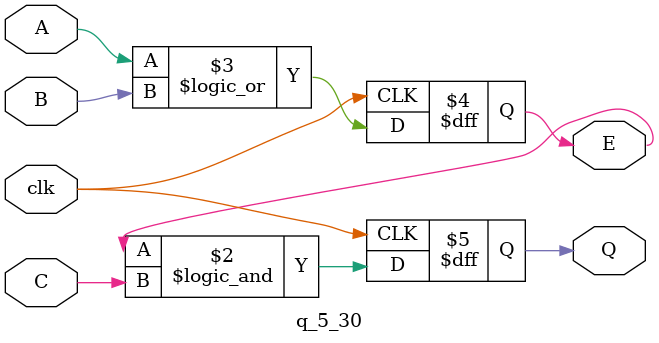
<source format=v>
module q_5_30 (
    input clk, A, B, C,
    output reg Q, E
);
    always @ (posedge clk)
    begin
        Q = E && C;
        E = A || B;
    end
endmodule

</source>
